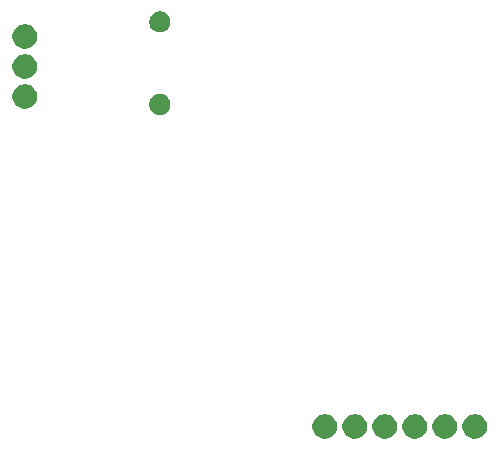
<source format=gbs>
G04 #@! TF.GenerationSoftware,KiCad,Pcbnew,5.1.5*
G04 #@! TF.CreationDate,2020-04-03T18:21:33-06:00*
G04 #@! TF.ProjectId,AD8232,41443832-3332-42e6-9b69-6361645f7063,rev?*
G04 #@! TF.SameCoordinates,Original*
G04 #@! TF.FileFunction,Soldermask,Bot*
G04 #@! TF.FilePolarity,Negative*
%FSLAX46Y46*%
G04 Gerber Fmt 4.6, Leading zero omitted, Abs format (unit mm)*
G04 Created by KiCad (PCBNEW 5.1.5) date 2020-04-03 18:21:33*
%MOMM*%
%LPD*%
G04 APERTURE LIST*
%ADD10C,0.100000*%
G04 APERTURE END LIST*
D10*
G36*
X164133765Y-113298620D02*
G01*
X164323288Y-113377123D01*
X164493854Y-113491092D01*
X164638908Y-113636146D01*
X164752877Y-113806712D01*
X164831380Y-113996235D01*
X164871400Y-114197431D01*
X164871400Y-114402569D01*
X164831380Y-114603765D01*
X164752877Y-114793288D01*
X164638908Y-114963854D01*
X164493854Y-115108908D01*
X164323288Y-115222877D01*
X164133765Y-115301380D01*
X163932569Y-115341400D01*
X163727431Y-115341400D01*
X163526235Y-115301380D01*
X163336712Y-115222877D01*
X163166146Y-115108908D01*
X163021092Y-114963854D01*
X162907123Y-114793288D01*
X162828620Y-114603765D01*
X162788600Y-114402569D01*
X162788600Y-114197431D01*
X162828620Y-113996235D01*
X162907123Y-113806712D01*
X163021092Y-113636146D01*
X163166146Y-113491092D01*
X163336712Y-113377123D01*
X163526235Y-113298620D01*
X163727431Y-113258600D01*
X163932569Y-113258600D01*
X164133765Y-113298620D01*
G37*
G36*
X153973765Y-113298620D02*
G01*
X154163288Y-113377123D01*
X154333854Y-113491092D01*
X154478908Y-113636146D01*
X154592877Y-113806712D01*
X154671380Y-113996235D01*
X154711400Y-114197431D01*
X154711400Y-114402569D01*
X154671380Y-114603765D01*
X154592877Y-114793288D01*
X154478908Y-114963854D01*
X154333854Y-115108908D01*
X154163288Y-115222877D01*
X153973765Y-115301380D01*
X153772569Y-115341400D01*
X153567431Y-115341400D01*
X153366235Y-115301380D01*
X153176712Y-115222877D01*
X153006146Y-115108908D01*
X152861092Y-114963854D01*
X152747123Y-114793288D01*
X152668620Y-114603765D01*
X152628600Y-114402569D01*
X152628600Y-114197431D01*
X152668620Y-113996235D01*
X152747123Y-113806712D01*
X152861092Y-113636146D01*
X153006146Y-113491092D01*
X153176712Y-113377123D01*
X153366235Y-113298620D01*
X153567431Y-113258600D01*
X153772569Y-113258600D01*
X153973765Y-113298620D01*
G37*
G36*
X156513765Y-113298620D02*
G01*
X156703288Y-113377123D01*
X156873854Y-113491092D01*
X157018908Y-113636146D01*
X157132877Y-113806712D01*
X157211380Y-113996235D01*
X157251400Y-114197431D01*
X157251400Y-114402569D01*
X157211380Y-114603765D01*
X157132877Y-114793288D01*
X157018908Y-114963854D01*
X156873854Y-115108908D01*
X156703288Y-115222877D01*
X156513765Y-115301380D01*
X156312569Y-115341400D01*
X156107431Y-115341400D01*
X155906235Y-115301380D01*
X155716712Y-115222877D01*
X155546146Y-115108908D01*
X155401092Y-114963854D01*
X155287123Y-114793288D01*
X155208620Y-114603765D01*
X155168600Y-114402569D01*
X155168600Y-114197431D01*
X155208620Y-113996235D01*
X155287123Y-113806712D01*
X155401092Y-113636146D01*
X155546146Y-113491092D01*
X155716712Y-113377123D01*
X155906235Y-113298620D01*
X156107431Y-113258600D01*
X156312569Y-113258600D01*
X156513765Y-113298620D01*
G37*
G36*
X159053765Y-113298620D02*
G01*
X159243288Y-113377123D01*
X159413854Y-113491092D01*
X159558908Y-113636146D01*
X159672877Y-113806712D01*
X159751380Y-113996235D01*
X159791400Y-114197431D01*
X159791400Y-114402569D01*
X159751380Y-114603765D01*
X159672877Y-114793288D01*
X159558908Y-114963854D01*
X159413854Y-115108908D01*
X159243288Y-115222877D01*
X159053765Y-115301380D01*
X158852569Y-115341400D01*
X158647431Y-115341400D01*
X158446235Y-115301380D01*
X158256712Y-115222877D01*
X158086146Y-115108908D01*
X157941092Y-114963854D01*
X157827123Y-114793288D01*
X157748620Y-114603765D01*
X157708600Y-114402569D01*
X157708600Y-114197431D01*
X157748620Y-113996235D01*
X157827123Y-113806712D01*
X157941092Y-113636146D01*
X158086146Y-113491092D01*
X158256712Y-113377123D01*
X158446235Y-113298620D01*
X158647431Y-113258600D01*
X158852569Y-113258600D01*
X159053765Y-113298620D01*
G37*
G36*
X161593765Y-113298620D02*
G01*
X161783288Y-113377123D01*
X161953854Y-113491092D01*
X162098908Y-113636146D01*
X162212877Y-113806712D01*
X162291380Y-113996235D01*
X162331400Y-114197431D01*
X162331400Y-114402569D01*
X162291380Y-114603765D01*
X162212877Y-114793288D01*
X162098908Y-114963854D01*
X161953854Y-115108908D01*
X161783288Y-115222877D01*
X161593765Y-115301380D01*
X161392569Y-115341400D01*
X161187431Y-115341400D01*
X160986235Y-115301380D01*
X160796712Y-115222877D01*
X160626146Y-115108908D01*
X160481092Y-114963854D01*
X160367123Y-114793288D01*
X160288620Y-114603765D01*
X160248600Y-114402569D01*
X160248600Y-114197431D01*
X160288620Y-113996235D01*
X160367123Y-113806712D01*
X160481092Y-113636146D01*
X160626146Y-113491092D01*
X160796712Y-113377123D01*
X160986235Y-113298620D01*
X161187431Y-113258600D01*
X161392569Y-113258600D01*
X161593765Y-113298620D01*
G37*
G36*
X166673765Y-113298620D02*
G01*
X166863288Y-113377123D01*
X167033854Y-113491092D01*
X167178908Y-113636146D01*
X167292877Y-113806712D01*
X167371380Y-113996235D01*
X167411400Y-114197431D01*
X167411400Y-114402569D01*
X167371380Y-114603765D01*
X167292877Y-114793288D01*
X167178908Y-114963854D01*
X167033854Y-115108908D01*
X166863288Y-115222877D01*
X166673765Y-115301380D01*
X166472569Y-115341400D01*
X166267431Y-115341400D01*
X166066235Y-115301380D01*
X165876712Y-115222877D01*
X165706146Y-115108908D01*
X165561092Y-114963854D01*
X165447123Y-114793288D01*
X165368620Y-114603765D01*
X165328600Y-114402569D01*
X165328600Y-114197431D01*
X165368620Y-113996235D01*
X165447123Y-113806712D01*
X165561092Y-113636146D01*
X165706146Y-113491092D01*
X165876712Y-113377123D01*
X166066235Y-113298620D01*
X166267431Y-113258600D01*
X166472569Y-113258600D01*
X166673765Y-113298620D01*
G37*
G36*
X139962754Y-86183817D02*
G01*
X140126689Y-86251721D01*
X140274227Y-86350303D01*
X140399697Y-86475773D01*
X140498279Y-86623311D01*
X140566183Y-86787246D01*
X140600800Y-86961279D01*
X140600800Y-87138721D01*
X140566183Y-87312754D01*
X140498279Y-87476689D01*
X140399697Y-87624227D01*
X140274227Y-87749697D01*
X140126689Y-87848279D01*
X139962754Y-87916183D01*
X139788721Y-87950800D01*
X139611279Y-87950800D01*
X139437246Y-87916183D01*
X139273311Y-87848279D01*
X139125773Y-87749697D01*
X139000303Y-87624227D01*
X138901721Y-87476689D01*
X138833817Y-87312754D01*
X138799200Y-87138721D01*
X138799200Y-86961279D01*
X138833817Y-86787246D01*
X138901721Y-86623311D01*
X139000303Y-86475773D01*
X139125773Y-86350303D01*
X139273311Y-86251721D01*
X139437246Y-86183817D01*
X139611279Y-86149200D01*
X139788721Y-86149200D01*
X139962754Y-86183817D01*
G37*
G36*
X128573765Y-85358620D02*
G01*
X128763288Y-85437123D01*
X128933854Y-85551092D01*
X129078908Y-85696146D01*
X129192877Y-85866712D01*
X129271380Y-86056235D01*
X129311400Y-86257431D01*
X129311400Y-86462569D01*
X129271380Y-86663765D01*
X129192877Y-86853288D01*
X129078908Y-87023854D01*
X128933854Y-87168908D01*
X128763288Y-87282877D01*
X128573765Y-87361380D01*
X128372569Y-87401400D01*
X128167431Y-87401400D01*
X127966235Y-87361380D01*
X127776712Y-87282877D01*
X127606146Y-87168908D01*
X127461092Y-87023854D01*
X127347123Y-86853288D01*
X127268620Y-86663765D01*
X127228600Y-86462569D01*
X127228600Y-86257431D01*
X127268620Y-86056235D01*
X127347123Y-85866712D01*
X127461092Y-85696146D01*
X127606146Y-85551092D01*
X127776712Y-85437123D01*
X127966235Y-85358620D01*
X128167431Y-85318600D01*
X128372569Y-85318600D01*
X128573765Y-85358620D01*
G37*
G36*
X128573765Y-82818620D02*
G01*
X128763288Y-82897123D01*
X128933854Y-83011092D01*
X129078908Y-83156146D01*
X129192877Y-83326712D01*
X129271380Y-83516235D01*
X129311400Y-83717431D01*
X129311400Y-83922569D01*
X129271380Y-84123765D01*
X129192877Y-84313288D01*
X129078908Y-84483854D01*
X128933854Y-84628908D01*
X128763288Y-84742877D01*
X128573765Y-84821380D01*
X128372569Y-84861400D01*
X128167431Y-84861400D01*
X127966235Y-84821380D01*
X127776712Y-84742877D01*
X127606146Y-84628908D01*
X127461092Y-84483854D01*
X127347123Y-84313288D01*
X127268620Y-84123765D01*
X127228600Y-83922569D01*
X127228600Y-83717431D01*
X127268620Y-83516235D01*
X127347123Y-83326712D01*
X127461092Y-83156146D01*
X127606146Y-83011092D01*
X127776712Y-82897123D01*
X127966235Y-82818620D01*
X128167431Y-82778600D01*
X128372569Y-82778600D01*
X128573765Y-82818620D01*
G37*
G36*
X128573765Y-80278620D02*
G01*
X128763288Y-80357123D01*
X128933854Y-80471092D01*
X129078908Y-80616146D01*
X129192877Y-80786712D01*
X129271380Y-80976235D01*
X129311400Y-81177431D01*
X129311400Y-81382569D01*
X129271380Y-81583765D01*
X129192877Y-81773288D01*
X129078908Y-81943854D01*
X128933854Y-82088908D01*
X128763288Y-82202877D01*
X128573765Y-82281380D01*
X128372569Y-82321400D01*
X128167431Y-82321400D01*
X127966235Y-82281380D01*
X127776712Y-82202877D01*
X127606146Y-82088908D01*
X127461092Y-81943854D01*
X127347123Y-81773288D01*
X127268620Y-81583765D01*
X127228600Y-81382569D01*
X127228600Y-81177431D01*
X127268620Y-80976235D01*
X127347123Y-80786712D01*
X127461092Y-80616146D01*
X127606146Y-80471092D01*
X127776712Y-80357123D01*
X127966235Y-80278620D01*
X128167431Y-80238600D01*
X128372569Y-80238600D01*
X128573765Y-80278620D01*
G37*
G36*
X139962754Y-79183817D02*
G01*
X140126689Y-79251721D01*
X140274227Y-79350303D01*
X140399697Y-79475773D01*
X140498279Y-79623311D01*
X140566183Y-79787246D01*
X140600800Y-79961279D01*
X140600800Y-80138721D01*
X140566183Y-80312754D01*
X140498279Y-80476689D01*
X140399697Y-80624227D01*
X140274227Y-80749697D01*
X140126689Y-80848279D01*
X139962754Y-80916183D01*
X139788721Y-80950800D01*
X139611279Y-80950800D01*
X139437246Y-80916183D01*
X139273311Y-80848279D01*
X139125773Y-80749697D01*
X139000303Y-80624227D01*
X138901721Y-80476689D01*
X138833817Y-80312754D01*
X138799200Y-80138721D01*
X138799200Y-79961279D01*
X138833817Y-79787246D01*
X138901721Y-79623311D01*
X139000303Y-79475773D01*
X139125773Y-79350303D01*
X139273311Y-79251721D01*
X139437246Y-79183817D01*
X139611279Y-79149200D01*
X139788721Y-79149200D01*
X139962754Y-79183817D01*
G37*
M02*

</source>
